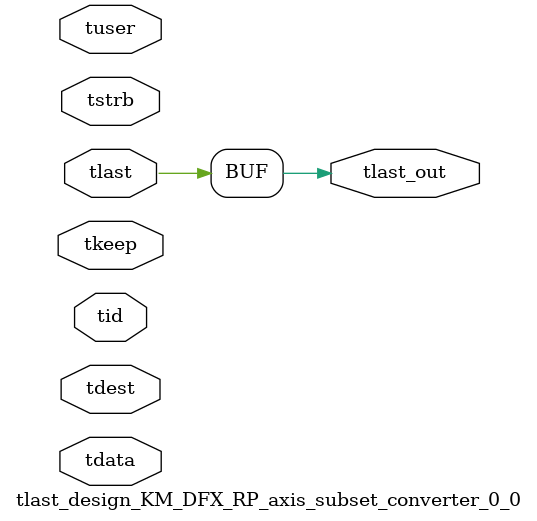
<source format=v>


`timescale 1ps/1ps

module tlast_design_KM_DFX_RP_axis_subset_converter_0_0 #
(
parameter C_S_AXIS_TID_WIDTH   = 1,
parameter C_S_AXIS_TUSER_WIDTH = 0,
parameter C_S_AXIS_TDATA_WIDTH = 0,
parameter C_S_AXIS_TDEST_WIDTH = 0
)
(
input  [(C_S_AXIS_TID_WIDTH   == 0 ? 1 : C_S_AXIS_TID_WIDTH)-1:0       ] tid,
input  [(C_S_AXIS_TDATA_WIDTH == 0 ? 1 : C_S_AXIS_TDATA_WIDTH)-1:0     ] tdata,
input  [(C_S_AXIS_TUSER_WIDTH == 0 ? 1 : C_S_AXIS_TUSER_WIDTH)-1:0     ] tuser,
input  [(C_S_AXIS_TDEST_WIDTH == 0 ? 1 : C_S_AXIS_TDEST_WIDTH)-1:0     ] tdest,
input  [(C_S_AXIS_TDATA_WIDTH/8)-1:0 ] tkeep,
input  [(C_S_AXIS_TDATA_WIDTH/8)-1:0 ] tstrb,
input  [0:0]                                                             tlast,
output                                                                   tlast_out
);

assign tlast_out = {tlast};

endmodule


</source>
